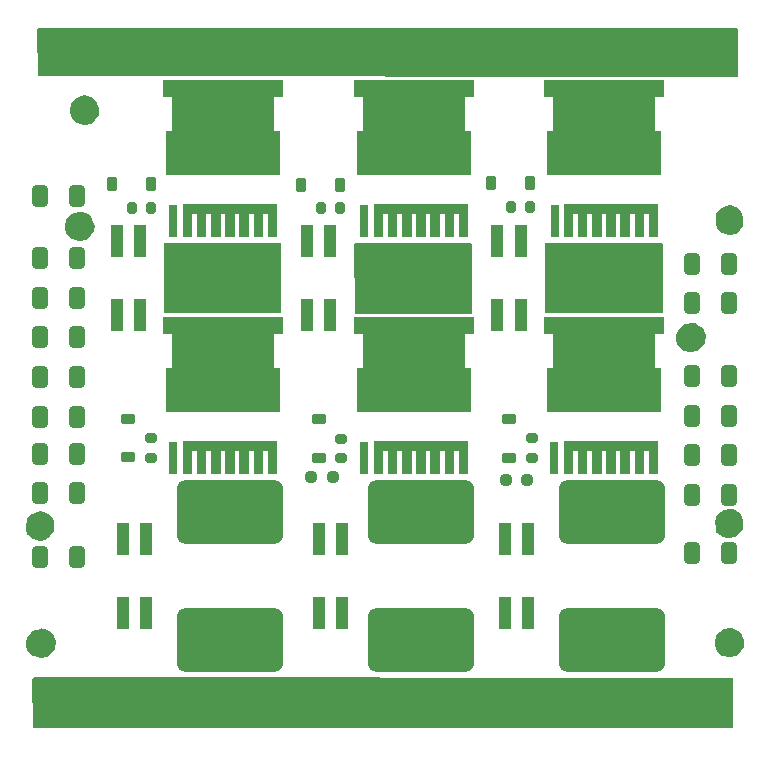
<source format=gbr>
%TF.GenerationSoftware,KiCad,Pcbnew,8.0.2*%
%TF.CreationDate,2024-11-11T17:07:31+01:00*%
%TF.ProjectId,power,706f7765-722e-46b6-9963-61645f706362,rev?*%
%TF.SameCoordinates,Original*%
%TF.FileFunction,Soldermask,Top*%
%TF.FilePolarity,Negative*%
%FSLAX46Y46*%
G04 Gerber Fmt 4.6, Leading zero omitted, Abs format (unit mm)*
G04 Created by KiCad (PCBNEW 8.0.2) date 2024-11-11 17:07:31*
%MOMM*%
%LPD*%
G01*
G04 APERTURE LIST*
G04 Aperture macros list*
%AMRoundRect*
0 Rectangle with rounded corners*
0 $1 Rounding radius*
0 $2 $3 $4 $5 $6 $7 $8 $9 X,Y pos of 4 corners*
0 Add a 4 corners polygon primitive as box body*
4,1,4,$2,$3,$4,$5,$6,$7,$8,$9,$2,$3,0*
0 Add four circle primitives for the rounded corners*
1,1,$1+$1,$2,$3*
1,1,$1+$1,$4,$5*
1,1,$1+$1,$6,$7*
1,1,$1+$1,$8,$9*
0 Add four rect primitives between the rounded corners*
20,1,$1+$1,$2,$3,$4,$5,0*
20,1,$1+$1,$4,$5,$6,$7,0*
20,1,$1+$1,$6,$7,$8,$9,0*
20,1,$1+$1,$8,$9,$2,$3,0*%
%AMFreePoly0*
4,1,13,2.850000,-5.050000,1.450000,-5.050000,1.450000,-4.350000,-1.450000,-4.350000,-1.450000,-4.850000,-5.150000,-4.850000,-5.150000,4.850000,-1.450000,4.850000,-1.450000,4.350000,1.450000,4.350000,1.450000,5.050000,2.850000,5.050000,2.850000,-5.050000,2.850000,-5.050000,$1*%
%AMFreePoly1*
4,1,30,0.400000,-4.000000,-0.400000,-4.000000,-2.400000,-4.000000,-2.400000,-3.200000,-0.400000,-3.200000,-0.400000,-2.800000,-2.400000,-2.800000,-2.400000,-2.000000,-0.400000,-2.000000,-0.400000,-1.600000,-2.400000,-1.600000,-2.400000,-0.800000,-0.400000,-0.800000,-0.400000,-0.400000,-2.400000,-0.400000,-2.400000,0.400000,-0.400000,0.400000,-0.400000,0.800000,-2.400000,0.800000,-2.400000,1.600000,
-0.400000,1.600000,-0.400000,2.000000,-2.400000,2.000000,-2.400000,2.800000,-0.400000,2.800000,-0.400000,3.200000,-2.400000,3.200000,-2.400000,4.000000,0.400000,4.000000,0.400000,-4.000000,0.400000,-4.000000,$1*%
G04 Aperture macros list end*
%ADD10RoundRect,0.250000X-0.412500X-0.650000X0.412500X-0.650000X0.412500X0.650000X-0.412500X0.650000X0*%
%ADD11RoundRect,0.237500X0.250000X0.237500X-0.250000X0.237500X-0.250000X-0.237500X0.250000X-0.237500X0*%
%ADD12R,1.000000X2.750000*%
%ADD13RoundRect,0.825000X-3.675000X-1.925000X3.675000X-1.925000X3.675000X1.925000X-3.675000X1.925000X0*%
%ADD14R,0.800000X2.800000*%
%ADD15FreePoly0,90.000000*%
%ADD16FreePoly1,90.000000*%
%ADD17RoundRect,0.225000X-0.225000X-0.375000X0.225000X-0.375000X0.225000X0.375000X-0.225000X0.375000X0*%
%ADD18RoundRect,0.250000X0.412500X0.650000X-0.412500X0.650000X-0.412500X-0.650000X0.412500X-0.650000X0*%
%ADD19RoundRect,0.200000X-0.200000X-0.275000X0.200000X-0.275000X0.200000X0.275000X-0.200000X0.275000X0*%
%ADD20RoundRect,0.225000X-0.375000X0.225000X-0.375000X-0.225000X0.375000X-0.225000X0.375000X0.225000X0*%
%ADD21RoundRect,0.200000X-0.275000X0.200000X-0.275000X-0.200000X0.275000X-0.200000X0.275000X0.200000X0*%
%ADD22RoundRect,0.237500X-0.250000X-0.237500X0.250000X-0.237500X0.250000X0.237500X-0.250000X0.237500X0*%
G04 APERTURE END LIST*
D10*
%TO.C,C76*%
X99005781Y-101320600D03*
X102130781Y-101320600D03*
%TD*%
D11*
%TO.C,R38*%
X123820481Y-94563921D03*
X121995481Y-94563921D03*
%TD*%
D12*
%TO.C,J18*%
X140341781Y-106045521D03*
X140341781Y-99795521D03*
X138341781Y-106045521D03*
X138341781Y-99795521D03*
%TD*%
D10*
%TO.C,C38*%
X99005781Y-92560400D03*
X102130781Y-92560400D03*
%TD*%
D13*
%TO.C,R14*%
X115104781Y-97500521D03*
X115084781Y-108300521D03*
%TD*%
D10*
%TO.C,C37*%
X99005781Y-89427800D03*
X102130781Y-89427800D03*
%TD*%
D14*
%TO.C,Q13*%
X110291581Y-92917521D03*
D15*
X114491581Y-83867521D03*
D16*
X115091581Y-91917521D03*
%TD*%
D17*
%TO.C,D7*%
X137183781Y-69671921D03*
X140483781Y-69671921D03*
%TD*%
D18*
%TO.C,C83*%
X157351181Y-76487521D03*
X154226181Y-76487521D03*
%TD*%
D19*
%TO.C,R49*%
X138872381Y-71653121D03*
X140522381Y-71653121D03*
%TD*%
D14*
%TO.C,Q15*%
X142561981Y-92917521D03*
D15*
X146761981Y-83867521D03*
D16*
X147361981Y-91917521D03*
%TD*%
D20*
%TO.C,D13*%
X138757581Y-89611921D03*
X138757581Y-92911921D03*
%TD*%
D12*
%TO.C,J5*%
X137732181Y-74547921D03*
X137732181Y-80797921D03*
X139732181Y-74547921D03*
X139732181Y-80797921D03*
%TD*%
D18*
%TO.C,C78*%
X157350381Y-96057200D03*
X154225381Y-96057200D03*
%TD*%
%TO.C,C80*%
X157350381Y-89357200D03*
X154225381Y-89357200D03*
%TD*%
D19*
%TO.C,R70*%
X122794181Y-71754721D03*
X124444181Y-71754721D03*
%TD*%
D12*
%TO.C,J12*%
X105499581Y-74547921D03*
X105499581Y-80797921D03*
X107499581Y-74547921D03*
X107499581Y-80797921D03*
%TD*%
D18*
%TO.C,C82*%
X157351181Y-79837521D03*
X154226181Y-79837521D03*
%TD*%
D20*
%TO.C,D21*%
X106423381Y-89586521D03*
X106423381Y-92886521D03*
%TD*%
D19*
%TO.C,R72*%
X106792181Y-71729321D03*
X108442181Y-71729321D03*
%TD*%
D14*
%TO.C,Q9*%
X142573781Y-72867521D03*
D15*
X146773781Y-63817521D03*
D16*
X147373781Y-71867521D03*
%TD*%
D10*
%TO.C,C35*%
X99005781Y-82727800D03*
X102130781Y-82727800D03*
%TD*%
D13*
%TO.C,R13*%
X131259181Y-97500521D03*
X131239181Y-108300521D03*
%TD*%
D21*
%TO.C,R73*%
X108379181Y-91275121D03*
X108379181Y-92925121D03*
%TD*%
D12*
%TO.C,J8*%
X121577781Y-74547921D03*
X121577781Y-80797921D03*
X123577781Y-74547921D03*
X123577781Y-80797921D03*
%TD*%
D14*
%TO.C,Q5*%
X126457781Y-72867521D03*
D15*
X130657781Y-63817521D03*
D16*
X131257781Y-71867521D03*
%TD*%
D10*
%TO.C,C31*%
X99005781Y-70764400D03*
X102130781Y-70764400D03*
%TD*%
D18*
%TO.C,C77*%
X157350381Y-101015800D03*
X154225381Y-101015800D03*
%TD*%
D14*
%TO.C,Q11*%
X126445981Y-92917521D03*
D15*
X130645981Y-83867521D03*
D16*
X131245981Y-91917521D03*
%TD*%
D12*
%TO.C,J21*%
X108007581Y-106045521D03*
X108007581Y-99795521D03*
X106007581Y-106045521D03*
X106007581Y-99795521D03*
%TD*%
D10*
%TO.C,C36*%
X99005781Y-86077800D03*
X102130781Y-86077800D03*
%TD*%
%TO.C,C34*%
X99005781Y-79377800D03*
X102130781Y-79377800D03*
%TD*%
D18*
%TO.C,C79*%
X157350381Y-92707200D03*
X154225381Y-92707200D03*
%TD*%
D21*
%TO.C,R71*%
X124533581Y-91300521D03*
X124533581Y-92950521D03*
%TD*%
D12*
%TO.C,J19*%
X124619181Y-106045521D03*
X124619181Y-99795521D03*
X122619181Y-106045521D03*
X122619181Y-99795521D03*
%TD*%
D13*
%TO.C,R15*%
X147438981Y-97500521D03*
X147418981Y-108300521D03*
%TD*%
D18*
%TO.C,C81*%
X157351181Y-85979000D03*
X154226181Y-85979000D03*
%TD*%
D22*
%TO.C,R37*%
X138429281Y-94817921D03*
X140254281Y-94817921D03*
%TD*%
D21*
%TO.C,R65*%
X140662581Y-91249721D03*
X140662581Y-92899721D03*
%TD*%
D14*
%TO.C,Q7*%
X110303381Y-72867521D03*
D15*
X114503381Y-63817521D03*
D16*
X115103381Y-71867521D03*
%TD*%
D10*
%TO.C,C39*%
X99005781Y-95910400D03*
X102130781Y-95910400D03*
%TD*%
D20*
%TO.C,D19*%
X122603181Y-89637321D03*
X122603181Y-92937321D03*
%TD*%
D17*
%TO.C,D20*%
X105103581Y-69697321D03*
X108403581Y-69697321D03*
%TD*%
%TO.C,D18*%
X121080181Y-69798921D03*
X124380181Y-69798921D03*
%TD*%
D10*
%TO.C,C33*%
X99005781Y-76027800D03*
X102130781Y-76027800D03*
%TD*%
G36*
X102842507Y-62229465D02*
G01*
X102863025Y-62232254D01*
X103075231Y-62279411D01*
X103087544Y-62282821D01*
X103292390Y-62351103D01*
X103325251Y-62367837D01*
X103487879Y-62483999D01*
X103487887Y-62484005D01*
X103709106Y-62616735D01*
X103756464Y-62668105D01*
X103757896Y-62671101D01*
X104031966Y-63264921D01*
X104042496Y-63331658D01*
X103974516Y-63898163D01*
X103949899Y-63958713D01*
X103649820Y-64351124D01*
X103627930Y-64373303D01*
X103310116Y-64623014D01*
X103252723Y-64648013D01*
X102795395Y-64719754D01*
X102749929Y-64718442D01*
X102196829Y-64598643D01*
X102143695Y-64572712D01*
X101735378Y-64232448D01*
X101698406Y-64180056D01*
X101539006Y-63747399D01*
X101531427Y-63708572D01*
X101524278Y-63489277D01*
X101526762Y-63460218D01*
X101627669Y-62970379D01*
X101652291Y-62917936D01*
X101922531Y-62580136D01*
X101961006Y-62548186D01*
X102308048Y-62363096D01*
X102331924Y-62353397D01*
X102752508Y-62231658D01*
X102793366Y-62226933D01*
X102842507Y-62229465D01*
G37*
G36*
X99159507Y-107365265D02*
G01*
X99180025Y-107368054D01*
X99392231Y-107415211D01*
X99404544Y-107418621D01*
X99609390Y-107486903D01*
X99642251Y-107503637D01*
X99804879Y-107619799D01*
X99804887Y-107619805D01*
X100026106Y-107752535D01*
X100073464Y-107803905D01*
X100074896Y-107806901D01*
X100348966Y-108400721D01*
X100359496Y-108467458D01*
X100291516Y-109033963D01*
X100266899Y-109094513D01*
X99966820Y-109486924D01*
X99944930Y-109509103D01*
X99627116Y-109758814D01*
X99569723Y-109783813D01*
X99112395Y-109855554D01*
X99066929Y-109854242D01*
X98513829Y-109734443D01*
X98460695Y-109708512D01*
X98052378Y-109368248D01*
X98015406Y-109315856D01*
X97856006Y-108883199D01*
X97848427Y-108844372D01*
X97841278Y-108625077D01*
X97843762Y-108596018D01*
X97944669Y-108106179D01*
X97969291Y-108053736D01*
X98239531Y-107715936D01*
X98278006Y-107683986D01*
X98625048Y-107498896D01*
X98648924Y-107489197D01*
X99069508Y-107367458D01*
X99110366Y-107362733D01*
X99159507Y-107365265D01*
G37*
G36*
X99083307Y-97433865D02*
G01*
X99103825Y-97436654D01*
X99316031Y-97483811D01*
X99328344Y-97487221D01*
X99533190Y-97555503D01*
X99566051Y-97572237D01*
X99721314Y-97683139D01*
X99735202Y-97694673D01*
X100139561Y-98083611D01*
X100174231Y-98144272D01*
X100177600Y-98172980D01*
X100177600Y-99121172D01*
X100157915Y-99188211D01*
X100153771Y-99194260D01*
X99891174Y-99554165D01*
X99867613Y-99578580D01*
X99550916Y-99827414D01*
X99493523Y-99852413D01*
X99036195Y-99924154D01*
X98990729Y-99922842D01*
X98437629Y-99803043D01*
X98384495Y-99777112D01*
X97984304Y-99443620D01*
X97945405Y-99385581D01*
X97942095Y-99372679D01*
X97851088Y-98917641D01*
X97848746Y-98897363D01*
X97840999Y-98659724D01*
X97841205Y-98647481D01*
X97871904Y-98184453D01*
X97895980Y-98118862D01*
X97898804Y-98115194D01*
X98163331Y-97784536D01*
X98201806Y-97752586D01*
X98548848Y-97567496D01*
X98572724Y-97557797D01*
X98993308Y-97436058D01*
X99034166Y-97431333D01*
X99083307Y-97433865D01*
G37*
G36*
X135458657Y-74726448D02*
G01*
X135525685Y-74746172D01*
X135571409Y-74799002D01*
X135582585Y-74850444D01*
X135582781Y-80591128D01*
X135563099Y-80658168D01*
X135510296Y-80703925D01*
X135458781Y-80715132D01*
X125774861Y-80715132D01*
X125707822Y-80695447D01*
X125662067Y-80642643D01*
X125650862Y-80591657D01*
X125626512Y-74845329D01*
X125645912Y-74778207D01*
X125698522Y-74732229D01*
X125750583Y-74720804D01*
X135458657Y-74726448D01*
G37*
G36*
X154193027Y-81482665D02*
G01*
X154213545Y-81485454D01*
X154425751Y-81532611D01*
X154438064Y-81536021D01*
X154642910Y-81604303D01*
X154675771Y-81621037D01*
X154838399Y-81737199D01*
X154838407Y-81737205D01*
X155059626Y-81869935D01*
X155106984Y-81921305D01*
X155108416Y-81924301D01*
X155382486Y-82518121D01*
X155393016Y-82584858D01*
X155325036Y-83151363D01*
X155300419Y-83211913D01*
X155000340Y-83604324D01*
X154978450Y-83626503D01*
X154660636Y-83876214D01*
X154603243Y-83901213D01*
X154145915Y-83972954D01*
X154100449Y-83971642D01*
X153547349Y-83851843D01*
X153494215Y-83825912D01*
X153085898Y-83485648D01*
X153048926Y-83433256D01*
X152889526Y-83000599D01*
X152881947Y-82961772D01*
X152874798Y-82742477D01*
X152877282Y-82713418D01*
X152978189Y-82223579D01*
X153002811Y-82171136D01*
X153273051Y-81833336D01*
X153311526Y-81801386D01*
X153658568Y-81616296D01*
X153682444Y-81606597D01*
X154103028Y-81484858D01*
X154143886Y-81480133D01*
X154193027Y-81482665D01*
G37*
G36*
X157444227Y-107314465D02*
G01*
X157464745Y-107317254D01*
X157676951Y-107364411D01*
X157689264Y-107367821D01*
X157894110Y-107436103D01*
X157926971Y-107452837D01*
X158089599Y-107568999D01*
X158089607Y-107569005D01*
X158310826Y-107701735D01*
X158358184Y-107753105D01*
X158359616Y-107756101D01*
X158633686Y-108349921D01*
X158644216Y-108416658D01*
X158576236Y-108983163D01*
X158551619Y-109043713D01*
X158251540Y-109436124D01*
X158229650Y-109458303D01*
X157911836Y-109708014D01*
X157854443Y-109733013D01*
X157397115Y-109804754D01*
X157351649Y-109803442D01*
X156798549Y-109683643D01*
X156745415Y-109657712D01*
X156337098Y-109317448D01*
X156300126Y-109265056D01*
X156140726Y-108832399D01*
X156133147Y-108793572D01*
X156125998Y-108574277D01*
X156128482Y-108545218D01*
X156229389Y-108055379D01*
X156254011Y-108002936D01*
X156524251Y-107665136D01*
X156562726Y-107633186D01*
X156909768Y-107448096D01*
X156933644Y-107438397D01*
X157354228Y-107316658D01*
X157395086Y-107311933D01*
X157444227Y-107314465D01*
G37*
G36*
X119329453Y-74706837D02*
G01*
X119396481Y-74726561D01*
X119442205Y-74779391D01*
X119453381Y-74830833D01*
X119453577Y-80571517D01*
X119433895Y-80638557D01*
X119381092Y-80684314D01*
X119329577Y-80695521D01*
X109645657Y-80695521D01*
X109578618Y-80675836D01*
X109532863Y-80623032D01*
X109521658Y-80572046D01*
X109497308Y-74825718D01*
X109516708Y-74758596D01*
X109569318Y-74712618D01*
X109621379Y-74701193D01*
X119329453Y-74706837D01*
G37*
G36*
X151612853Y-74706837D02*
G01*
X151679881Y-74726561D01*
X151725605Y-74779391D01*
X151736781Y-74830833D01*
X151736977Y-80571517D01*
X151717295Y-80638557D01*
X151664492Y-80684314D01*
X151612977Y-80695521D01*
X141929057Y-80695521D01*
X141862018Y-80675836D01*
X141816263Y-80623032D01*
X141805058Y-80572046D01*
X141780708Y-74825718D01*
X141800108Y-74758596D01*
X141852718Y-74712618D01*
X141904779Y-74701193D01*
X151612853Y-74706837D01*
G37*
G36*
X157991060Y-56565746D02*
G01*
X158058091Y-56585460D01*
X158103823Y-56638283D01*
X158115006Y-56689740D01*
X158115197Y-60525363D01*
X158095516Y-60592403D01*
X158042714Y-60638161D01*
X157991155Y-60649369D01*
X98926571Y-60629562D01*
X98859539Y-60609855D01*
X98813801Y-60557036D01*
X98802615Y-60506332D01*
X98778756Y-56664945D01*
X98798024Y-56597785D01*
X98850543Y-56551703D01*
X98902808Y-56540175D01*
X157991060Y-56565746D01*
G37*
G36*
X102427827Y-72059265D02*
G01*
X102448345Y-72062054D01*
X102660551Y-72109211D01*
X102672864Y-72112621D01*
X102877710Y-72180903D01*
X102910571Y-72197637D01*
X103073199Y-72313799D01*
X103073207Y-72313805D01*
X103294426Y-72446535D01*
X103341784Y-72497905D01*
X103343216Y-72500901D01*
X103617286Y-73094721D01*
X103627816Y-73161458D01*
X103559836Y-73727963D01*
X103535219Y-73788513D01*
X103235140Y-74180924D01*
X103213250Y-74203103D01*
X102895436Y-74452814D01*
X102838043Y-74477813D01*
X102380715Y-74549554D01*
X102335249Y-74548242D01*
X101782149Y-74428443D01*
X101729015Y-74402512D01*
X101320698Y-74062248D01*
X101283726Y-74009856D01*
X101124326Y-73577199D01*
X101116747Y-73538372D01*
X101109598Y-73319077D01*
X101112082Y-73290018D01*
X101212989Y-72800179D01*
X101237611Y-72747736D01*
X101507851Y-72409936D01*
X101546326Y-72377986D01*
X101893368Y-72192896D01*
X101917244Y-72183197D01*
X102337828Y-72061458D01*
X102378686Y-72056733D01*
X102427827Y-72059265D01*
G37*
G36*
X157584659Y-111531346D02*
G01*
X157651690Y-111551060D01*
X157697422Y-111603883D01*
X157708605Y-111655340D01*
X157708798Y-115694163D01*
X157689117Y-115761203D01*
X157636315Y-115806961D01*
X157584756Y-115818169D01*
X98520207Y-115798362D01*
X98453175Y-115778655D01*
X98407437Y-115725836D01*
X98396251Y-115675096D01*
X98372319Y-111630509D01*
X98391607Y-111563354D01*
X98444139Y-111517287D01*
X98496371Y-111505775D01*
X157584659Y-111531346D01*
G37*
G36*
X157461077Y-71541960D02*
G01*
X157481595Y-71544749D01*
X157693801Y-71591906D01*
X157706114Y-71595316D01*
X157910960Y-71663598D01*
X157943821Y-71680332D01*
X158106449Y-71796494D01*
X158106457Y-71796500D01*
X158319703Y-71924447D01*
X158367062Y-71975818D01*
X158374423Y-71994309D01*
X158558167Y-72591475D01*
X158563650Y-72627942D01*
X158563650Y-73204938D01*
X158543965Y-73271977D01*
X158540954Y-73276447D01*
X158269297Y-73661295D01*
X158244603Y-73687290D01*
X157928686Y-73935510D01*
X157871293Y-73960508D01*
X157413965Y-74032249D01*
X157368499Y-74030937D01*
X156815399Y-73911138D01*
X156762265Y-73885207D01*
X156364276Y-73553550D01*
X156325377Y-73495511D01*
X156321176Y-73477630D01*
X156252800Y-73044582D01*
X156251898Y-73037581D01*
X156227760Y-72796195D01*
X156227285Y-72777959D01*
X156250337Y-72293859D01*
X156273188Y-72227832D01*
X156277369Y-72222295D01*
X156541101Y-71892631D01*
X156579576Y-71860681D01*
X156926618Y-71675591D01*
X156950494Y-71665892D01*
X157371078Y-71544153D01*
X157411936Y-71539428D01*
X157461077Y-71541960D01*
G37*
G36*
X157422967Y-97226525D02*
G01*
X157443485Y-97229314D01*
X157655691Y-97276471D01*
X157668004Y-97279881D01*
X157872850Y-97348163D01*
X157905711Y-97364897D01*
X158068339Y-97481059D01*
X158068347Y-97481065D01*
X158281593Y-97609012D01*
X158328952Y-97660383D01*
X158336313Y-97678874D01*
X158520057Y-98276040D01*
X158525540Y-98312507D01*
X158525540Y-98889503D01*
X158505855Y-98956542D01*
X158502844Y-98961012D01*
X158231187Y-99345860D01*
X158206493Y-99371855D01*
X157890576Y-99620075D01*
X157833183Y-99645073D01*
X157375855Y-99716814D01*
X157330389Y-99715502D01*
X156777289Y-99595703D01*
X156724155Y-99569772D01*
X156326166Y-99238115D01*
X156287267Y-99180076D01*
X156283066Y-99162195D01*
X156214690Y-98729147D01*
X156213788Y-98722146D01*
X156189650Y-98480760D01*
X156189175Y-98462524D01*
X156212227Y-97978424D01*
X156235078Y-97912397D01*
X156239259Y-97906860D01*
X156502991Y-97577196D01*
X156541466Y-97545246D01*
X156888508Y-97360156D01*
X156912384Y-97350457D01*
X157332968Y-97228718D01*
X157373826Y-97223993D01*
X157422967Y-97226525D01*
G37*
M02*

</source>
